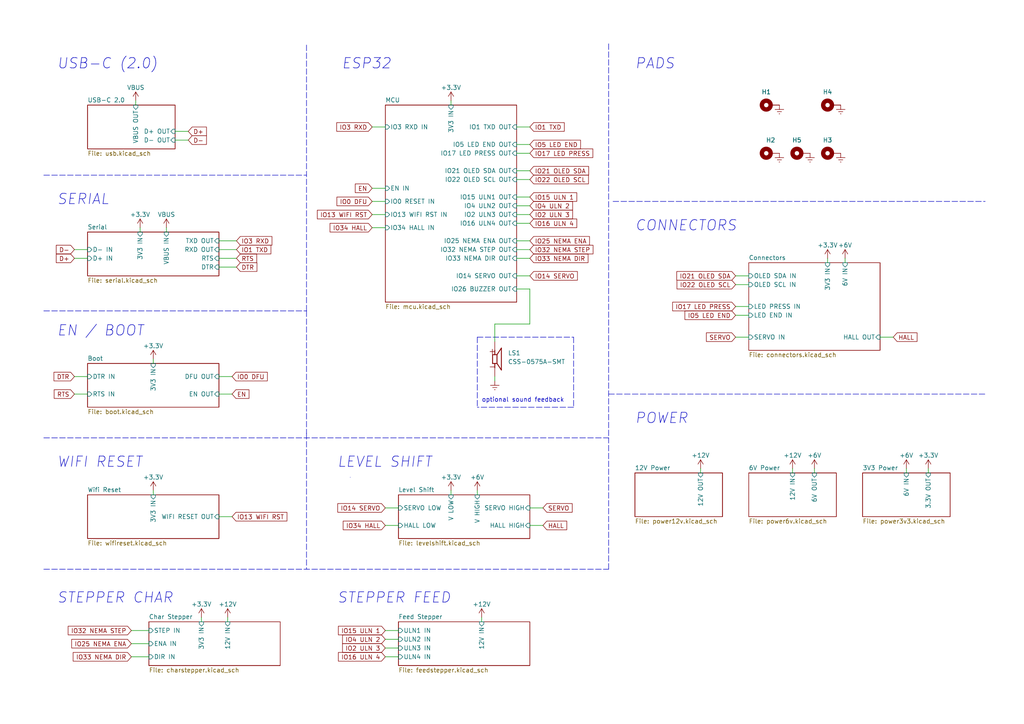
<source format=kicad_sch>
(kicad_sch (version 20211123) (generator eeschema)
  (paper "A4")
  (title_block (title "E-TKT v1.0") (date "2022-09-29") (rev "4") (company "Andrei Speridiao"))
  (lib_symbols
    (symbol "CSS-0575A-SMT:CSS-0575A-SMT" (pin_numbers hide) (pin_names (offset 1.016) hide)
      (property "Reference" "LS" (at -3.81 8.9154 0))
      (property "Value" "CSS-0575A-SMT" (at -3.81 -11.4554 0))
      (symbol "CSS-0575A-SMT_0_0"
        (polyline (pts (xy -0.635 -1.27) (xy -0.635 1.27)) (stroke (width 0.254)))
        (polyline (pts (xy -0.635 1.27) (xy 0 1.27)) (stroke (width 0.254)))
        (polyline (pts (xy 0 -1.27) (xy -0.635 -1.27)) (stroke (width 0.254)))
        (polyline (pts (xy 0 -1.27) (xy 0 -2.54)) (stroke (width 0.254)))
        (polyline (pts (xy 0 1.27) (xy 0 2.54)) (stroke (width 0.254)))
        (polyline (pts (xy 0 1.27) (xy 0.635 1.27)) (stroke (width 0.254)))
        (polyline (pts (xy 0.635 -1.27) (xy 0 -1.27)) (stroke (width 0.254)))
        (polyline (pts (xy 0.635 1.27) (xy 0.635 -1.27)) (stroke (width 0.254)))
        (polyline (pts (xy 0.635 1.27) (xy 1.905 3.175)) (stroke (width 0.254)))
        (polyline (pts (xy 1.905 -3.175) (xy 0.635 -1.27)) (stroke (width 0.254)))
        (polyline (pts (xy 1.905 3.175) (xy 1.905 -3.175)) (stroke (width 0.254)))
        (text "+" (at -1.905 1.27 0) (effects (font (size 1.778 1.778)) (justify left bottom)))
        (text "-" (at -1.905 -3.175 0) (effects (font (size 1.778 1.778)) (justify left bottom)))
        (pin passive line (at 0 5.08 270) (length 2.54) (name "~") (number "1"))
        (pin passive line (at 0 -5.08 90) (length 2.54) (name "~") (number "2"))
      )
    )
    (symbol "Mechanical:MountingHole_Pad" (pin_numbers hide) (pin_names (offset 1.016) hide)
      (property "Reference" "H" (at 0 6.35 0))
      (property "Value" "MountingHole_Pad" (at 0 4.445 0))
      (symbol "MountingHole_Pad_0_1"
        (circle (center 0 1.27) (radius 1.27) (stroke (width 1.27)))
      )
      (symbol "MountingHole_Pad_1_1"
        (pin input line (at 0 -2.54 90) (length 2.54) (name "1") (number "1"))
      )
    )
    (symbol "power:+12V" (power) (pin_names (offset 0))
      (property "Value" "+12V" (at 0 3.556 0))
      (symbol "+12V_0_1"
        (polyline (pts (xy -0.762 1.27) (xy 0 2.54)))
        (polyline (pts (xy 0 0) (xy 0 2.54)))
        (polyline (pts (xy 0 2.54) (xy 0.762 1.27)))
      )
      (symbol "+12V_1_1"
        (pin power_in line (at 0 0 90) (length 0) hide (name "+12V") (number "1"))
      )
    )
    (symbol "power:+3.3V" (power) (pin_names (offset 0))
      (property "Value" "+3.3V" (at 0 3.556 0))
      (symbol "+3.3V_0_1"
        (polyline (pts (xy -0.762 1.27) (xy 0 2.54)))
        (polyline (pts (xy 0 0) (xy 0 2.54)))
        (polyline (pts (xy 0 2.54) (xy 0.762 1.27)))
      )
      (symbol "+3.3V_1_1"
        (pin power_in line (at 0 0 90) (length 0) hide (name "+3.3V") (number "1"))
      )
    )
    (symbol "power:+6V" (power) (pin_names (offset 0))
      (property "Value" "+6V" (at 0 3.556 0))
      (symbol "+6V_0_1"
        (polyline (pts (xy -0.762 1.27) (xy 0 2.54)))
        (polyline (pts (xy 0 0) (xy 0 2.54)))
        (polyline (pts (xy 0 2.54) (xy 0.762 1.27)))
      )
      (symbol "+6V_1_1"
        (pin power_in line (at 0 0 90) (length 0) hide (name "+6V") (number "1"))
      )
    )
    (symbol "power:GNDREF" (power) (pin_names (offset 0))
      (property "Value" "GNDREF" (at 0 -3.81 0))
      (symbol "GNDREF_0_1"
        (polyline (pts (xy -0.635 -1.905) (xy 0.635 -1.905)))
        (polyline (pts (xy -0.127 -2.54) (xy 0.127 -2.54)))
        (polyline (pts (xy 0 -1.27) (xy 0 0)))
        (polyline (pts (xy 1.27 -1.27) (xy -1.27 -1.27)))
      )
      (symbol "GNDREF_1_1"
        (pin power_in line (at 0 0 270) (length 0) hide (name "GNDREF") (number "1"))
      )
    )
    (symbol "power:VBUS" (power) (pin_names (offset 0))
      (property "Value" "VBUS" (at 0 3.81 0))
      (symbol "VBUS_0_1"
        (polyline (pts (xy -0.762 1.27) (xy 0 2.54)))
        (polyline (pts (xy 0 0) (xy 0 2.54)))
        (polyline (pts (xy 0 2.54) (xy 0.762 1.27)))
      )
      (symbol "VBUS_1_1"
        (pin power_in line (at 0 0 90) (length 0) hide (name "VBUS") (number "1"))
      )
    )
  )
  (wire (pts (xy 149.86 41.91) (xy 153.67 41.91)))
  (polyline (pts (xy 12.7 127) (xy 176.53 127)))
  (wire (pts (xy 153.67 152.4) (xy 157.48 152.4)))
  (wire (pts (xy 21.59 72.39) (xy 25.4 72.39)))
  (polyline (pts (xy 138.43 97.79) (xy 138.43 118.11)))
  (wire (pts (xy 203.2 135.89) (xy 203.2 137.16)))
  (wire (pts (xy 143.51 99.06) (xy 143.51 93.98)))
  (wire (pts (xy 38.1 182.88) (xy 43.18 182.88)))
  (wire (pts (xy 63.5 114.3) (xy 67.31 114.3)))
  (polyline (pts (xy 176.53 114.3) (xy 285.75 114.3)))
  (wire (pts (xy 63.5 77.47) (xy 68.58 77.47)))
  (wire (pts (xy 262.89 135.89) (xy 262.89 137.16)))
  (wire (pts (xy 245.11 74.93) (xy 245.11 76.2)))
  (polyline (pts (xy 88.9 125.73) (xy 88.9 165.1)))
  (wire (pts (xy 21.59 109.22) (xy 25.4 109.22)))
  (wire (pts (xy 149.86 52.07) (xy 153.67 52.07)))
  (wire (pts (xy 107.95 54.61) (xy 111.76 54.61)))
  (wire (pts (xy 111.76 152.4) (xy 115.57 152.4)))
  (wire (pts (xy 111.76 66.04) (xy 107.95 66.04)))
  (wire (pts (xy 111.76 187.96) (xy 115.57 187.96)))
  (polyline (pts (xy 176.53 12.7) (xy 176.53 127)))
  (wire (pts (xy 111.76 182.88) (xy 115.57 182.88)))
  (wire (pts (xy 111.76 185.42) (xy 115.57 185.42)))
  (wire (pts (xy 149.86 62.23) (xy 153.67 62.23)))
  (wire (pts (xy 138.43 142.24) (xy 138.43 143.51)))
  (wire (pts (xy 153.67 93.98) (xy 153.67 83.82)))
  (wire (pts (xy 143.51 110.49) (xy 143.51 109.22)))
  (wire (pts (xy 44.45 142.24) (xy 44.45 143.51)))
  (polyline (pts (xy 88.9 90.17) (xy 88.9 125.73)))
  (wire (pts (xy 149.86 57.15) (xy 153.67 57.15)))
  (wire (pts (xy 149.86 74.93) (xy 153.67 74.93)))
  (wire (pts (xy 38.1 190.5) (xy 43.18 190.5)))
  (polyline (pts (xy 166.37 118.11) (xy 138.43 118.11)))
  (wire (pts (xy 269.24 135.89) (xy 269.24 137.16)))
  (polyline (pts (xy 166.37 97.79) (xy 166.37 118.11)))
  (wire (pts (xy 21.59 114.3) (xy 25.4 114.3)))
  (wire (pts (xy 149.86 49.53) (xy 153.67 49.53)))
  (wire (pts (xy 130.81 142.24) (xy 130.81 143.51)))
  (polyline (pts (xy 12.7 50.8) (xy 88.9 50.8)))
  (wire (pts (xy 50.8 40.64) (xy 54.61 40.64)))
  (wire (pts (xy 153.67 36.83) (xy 149.86 36.83)))
  (wire (pts (xy 38.1 186.69) (xy 43.18 186.69)))
  (wire (pts (xy 48.26 66.04) (xy 48.26 67.31)))
  (wire (pts (xy 213.36 82.55) (xy 217.17 82.55)))
  (wire (pts (xy 236.22 135.89) (xy 236.22 137.16)))
  (wire (pts (xy 149.86 80.01) (xy 153.67 80.01)))
  (wire (pts (xy 39.37 29.21) (xy 39.37 30.48)))
  (wire (pts (xy 63.5 109.22) (xy 67.31 109.22)))
  (wire (pts (xy 213.36 91.44) (xy 217.17 91.44)))
  (wire (pts (xy 44.45 104.14) (xy 44.45 105.41)))
  (wire (pts (xy 111.76 147.32) (xy 115.57 147.32)))
  (polyline (pts (xy 12.7 165.1) (xy 176.53 165.1)))
  (polyline (pts (xy 138.43 97.79) (xy 166.37 97.79)))
  (polyline (pts (xy 88.9 90.17) (xy 88.9 12.7)))
  (wire (pts (xy 50.8 38.1) (xy 54.61 38.1)))
  (wire (pts (xy 111.76 190.5) (xy 115.57 190.5)))
  (polyline (pts (xy 177.8 58.42) (xy 285.75 58.42)))
  (wire (pts (xy 63.5 149.86) (xy 67.31 149.86)))
  (wire (pts (xy 149.86 69.85) (xy 153.67 69.85)))
  (polyline (pts (xy 101.6 138.43) (xy 101.6 138.43)))
  (wire (pts (xy 63.5 74.93) (xy 68.58 74.93)))
  (wire (pts (xy 149.86 44.45) (xy 153.67 44.45)))
  (wire (pts (xy 149.86 72.39) (xy 153.67 72.39)))
  (wire (pts (xy 149.86 64.77) (xy 153.67 64.77)))
  (wire (pts (xy 139.7 179.07) (xy 139.7 180.34)))
  (wire (pts (xy 130.81 29.21) (xy 130.81 30.48)))
  (wire (pts (xy 143.51 93.98) (xy 153.67 93.98)))
  (wire (pts (xy 40.64 66.04) (xy 40.64 67.31)))
  (wire (pts (xy 107.95 62.23) (xy 111.76 62.23)))
  (wire (pts (xy 21.59 74.93) (xy 25.4 74.93)))
  (wire (pts (xy 213.36 97.79) (xy 217.17 97.79)))
  (wire (pts (xy 153.67 83.82) (xy 149.86 83.82)))
  (wire (pts (xy 213.36 88.9) (xy 217.17 88.9)))
  (wire (pts (xy 63.5 69.85) (xy 68.58 69.85)))
  (wire (pts (xy 66.04 179.07) (xy 66.04 180.34)))
  (wire (pts (xy 255.27 97.79) (xy 259.08 97.79)))
  (wire (pts (xy 63.5 72.39) (xy 68.58 72.39)))
  (wire (pts (xy 149.86 59.69) (xy 153.67 59.69)))
  (wire (pts (xy 229.87 135.89) (xy 229.87 137.16)))
  (polyline (pts (xy 12.7 90.17) (xy 88.9 90.17)))
  (wire (pts (xy 153.67 147.32) (xy 157.48 147.32)))
  (wire (pts (xy 240.03 74.93) (xy 240.03 76.2)))
  (wire (pts (xy 213.36 80.01) (xy 217.17 80.01)))
  (wire (pts (xy 107.95 58.42) (xy 111.76 58.42)))
  (wire (pts (xy 58.42 179.07) (xy 58.42 180.34)))
  (polyline (pts (xy 176.53 165.1) (xy 176.53 127)))
  (wire (pts (xy 107.95 36.83) (xy 111.76 36.83)))
  (text "PADS" (at 184.15 20.32 0) (effects (font (size 3 3) italic) (justify left bottom)))
  (text "POWER" (at 184.15 123.19 0) (effects (font (size 3 3) italic) (justify left bottom)))
  (text "optional sound feedback" (at 139.7 116.84 0) (effects (font (size 1.27 1.27)) (justify left bottom)))
  (text "SERIAL" (at 16.51 59.69 0) (effects (font (size 3 3) italic) (justify left bottom)))
  (text "EN / BOOT" (at 16.51 97.79 0) (effects (font (size 3 3) italic) (justify left bottom)))
  (text "CONNECTORS" (at 184.15 67.31 0) (effects (font (size 3 3) italic) (justify left bottom)))
  (text "STEPPER CHAR" (at 16.51 175.26 0) (effects (font (size 3 3) italic) (justify left bottom)))
  (text "WIFI RESET" (at 16.51 135.89 0) (effects (font (size 3 3) italic) (justify left bottom)))
  (text "ESP32" (at 99.06 20.32 0) (effects (font (size 3 3) italic) (justify left bottom)))
  (text "LEVEL SHIFT" (at 97.79 135.89 0) (effects (font (size 3 3) italic) (justify left bottom)))
  (text "STEPPER FEED" (at 97.79 175.26 0) (effects (font (size 3 3) italic) (justify left bottom)))
  (text "USB-C (2.0)" (at 16.51 20.32 0) (effects (font (size 3 3) italic) (justify left bottom)))
  (global_label "RTS" (shape input) (at 21.59 114.3 180) (property "Intersheet References" "${INTERSHEET_REFS}" (effects hide)))
  (global_label "IO3 RXD" (shape input) (at 68.58 69.85 0) (property "Intersheet References" "${INTERSHEET_REFS}" (effects hide)))
  (global_label "IO14 SERVO" (shape input) (at 153.67 80.01 0) (property "Intersheet References" "${INTERSHEET_REFS}" (effects hide)))
  (global_label "IO32 NEMA STEP" (shape input) (at 153.67 72.39 0) (property "Intersheet References" "${INTERSHEET_REFS}" (effects hide)))
  (global_label "EN" (shape input) (at 107.95 54.61 180) (property "Intersheet References" "${INTERSHEET_REFS}" (effects hide)))
  (global_label "IO25 NEMA ENA" (shape input) (at 153.67 69.85 0) (property "Intersheet References" "${INTERSHEET_REFS}" (effects hide)))
  (global_label "IO5 LED END" (shape input) (at 213.36 91.44 180) (property "Intersheet References" "${INTERSHEET_REFS}" (effects hide)))
  (global_label "IO22 OLED SCL" (shape input) (at 213.36 82.55 180) (property "Intersheet References" "${INTERSHEET_REFS}" (effects hide)))
  (global_label "IO4 ULN 2" (shape input) (at 153.67 59.69 0) (property "Intersheet References" "${INTERSHEET_REFS}" (effects hide)))
  (global_label "IO22 OLED SCL" (shape input) (at 153.67 52.07 0) (property "Intersheet References" "${INTERSHEET_REFS}" (effects hide)))
  (global_label "IO16 ULN 4" (shape input) (at 153.67 64.77 0) (property "Intersheet References" "${INTERSHEET_REFS}" (effects hide)))
  (global_label "IO15 ULN 1" (shape input) (at 111.76 182.88 180) (property "Intersheet References" "${INTERSHEET_REFS}" (effects hide)))
  (global_label "IO15 ULN 1" (shape input) (at 153.67 57.15 0) (property "Intersheet References" "${INTERSHEET_REFS}" (effects hide)))
  (global_label "SERVO" (shape input) (at 157.48 147.32 0) (property "Intersheet References" "${INTERSHEET_REFS}" (effects hide)))
  (global_label "D-" (shape input) (at 54.61 40.64 0) (property "Intersheet References" "${INTERSHEET_REFS}" (effects hide)))
  (global_label "D+" (shape input) (at 54.61 38.1 0) (property "Intersheet References" "${INTERSHEET_REFS}" (effects hide)))
  (global_label "IO25 NEMA ENA" (shape input) (at 38.1 186.69 180) (property "Intersheet References" "${INTERSHEET_REFS}" (effects hide)))
  (global_label "IO16 ULN 4" (shape input) (at 111.76 190.5 180) (property "Intersheet References" "${INTERSHEET_REFS}" (effects hide)))
  (global_label "IO13 WIFI RST" (shape input) (at 107.95 62.23 180) (property "Intersheet References" "${INTERSHEET_REFS}" (effects hide)))
  (global_label "IO3 RXD" (shape input) (at 107.95 36.83 180) (property "Intersheet References" "${INTERSHEET_REFS}" (effects hide)))
  (global_label "IO0 DFU" (shape input) (at 67.31 109.22 0) (property "Intersheet References" "${INTERSHEET_REFS}" (effects hide)))
  (global_label "IO17 LED PRESS" (shape input) (at 153.67 44.45 0) (property "Intersheet References" "${INTERSHEET_REFS}" (effects hide)))
  (global_label "SERVO" (shape input) (at 213.36 97.79 180) (property "Intersheet References" "${INTERSHEET_REFS}" (effects hide)))
  (global_label "IO2 ULN 3" (shape input) (at 111.76 187.96 180) (property "Intersheet References" "${INTERSHEET_REFS}" (effects hide)))
  (global_label "IO4 ULN 2" (shape input) (at 111.76 185.42 180) (property "Intersheet References" "${INTERSHEET_REFS}" (effects hide)))
  (global_label "IO33 NEMA DIR" (shape input) (at 153.67 74.93 0) (property "Intersheet References" "${INTERSHEET_REFS}" (effects hide)))
  (global_label "IO1 TXD" (shape input) (at 68.58 72.39 0) (property "Intersheet References" "${INTERSHEET_REFS}" (effects hide)))
  (global_label "IO13 WIFI RST" (shape input) (at 67.31 149.86 0) (property "Intersheet References" "${INTERSHEET_REFS}" (effects hide)))
  (global_label "IO33 NEMA DIR" (shape input) (at 38.1 190.5 180) (property "Intersheet References" "${INTERSHEET_REFS}" (effects hide)))
  (global_label "DTR" (shape input) (at 21.59 109.22 180) (property "Intersheet References" "${INTERSHEET_REFS}" (effects hide)))
  (global_label "IO0 DFU" (shape input) (at 107.95 58.42 180) (property "Intersheet References" "${INTERSHEET_REFS}" (effects hide)))
  (global_label "DTR" (shape input) (at 68.58 77.47 0) (property "Intersheet References" "${INTERSHEET_REFS}" (effects hide)))
  (global_label "IO17 LED PRESS" (shape input) (at 213.36 88.9 180) (property "Intersheet References" "${INTERSHEET_REFS}" (effects hide)))
  (global_label "IO34 HALL" (shape input) (at 107.95 66.04 180) (property "Intersheet References" "${INTERSHEET_REFS}" (effects hide)))
  (global_label "HALL" (shape input) (at 157.48 152.4 0) (property "Intersheet References" "${INTERSHEET_REFS}" (effects hide)))
  (global_label "IO5 LED END" (shape input) (at 153.67 41.91 0) (property "Intersheet References" "${INTERSHEET_REFS}" (effects hide)))
  (global_label "RTS" (shape input) (at 68.58 74.93 0) (property "Intersheet References" "${INTERSHEET_REFS}" (effects hide)))
  (global_label "IO21 OLED SDA" (shape input) (at 213.36 80.01 180) (property "Intersheet References" "${INTERSHEET_REFS}" (effects hide)))
  (global_label "IO14 SERVO" (shape input) (at 111.76 147.32 180) (property "Intersheet References" "${INTERSHEET_REFS}" (effects hide)))
  (global_label "D-" (shape input) (at 21.59 72.39 180) (property "Intersheet References" "${INTERSHEET_REFS}" (effects hide)))
  (global_label "IO34 HALL" (shape input) (at 111.76 152.4 180) (property "Intersheet References" "${INTERSHEET_REFS}" (effects hide)))
  (global_label "IO1 TXD" (shape input) (at 153.67 36.83 0) (property "Intersheet References" "${INTERSHEET_REFS}" (effects hide)))
  (global_label "EN" (shape input) (at 67.31 114.3 0) (property "Intersheet References" "${INTERSHEET_REFS}" (effects hide)))
  (global_label "D+" (shape input) (at 21.59 74.93 180) (property "Intersheet References" "${INTERSHEET_REFS}" (effects hide)))
  (global_label "IO21 OLED SDA" (shape input) (at 153.67 49.53 0) (property "Intersheet References" "${INTERSHEET_REFS}" (effects hide)))
  (global_label "IO2 ULN 3" (shape input) (at 153.67 62.23 0) (property "Intersheet References" "${INTERSHEET_REFS}" (effects hide)))
  (global_label "IO32 NEMA STEP" (shape input) (at 38.1 182.88 180) (property "Intersheet References" "${INTERSHEET_REFS}" (effects hide)))
  (global_label "HALL" (shape input) (at 259.08 97.79 0) (property "Intersheet References" "${INTERSHEET_REFS}" (effects hide)))
  (symbol (lib_id "power:+12V") (at 66.04 179.07 0) (unit 1)
    (property "Reference" "#PWR0111" (effects hide))
    (property "Value" "+12V" (at 66.04 175.26 0))
  )
  (symbol (lib_id "power:+6V") (at 262.89 135.89 0) (unit 1)
    (property "Reference" "#PWR0167" (effects hide))
    (property "Value" "+6V" (at 262.89 132.08 0))
  )
  (symbol (lib_id "power:GNDREF") (at 234.95 44.45 0) (unit 1)
    (property "Reference" "#PWR0135" (effects hide))
    (property "Value" "GNDREF" (effects hide))
  )
  (symbol (lib_id "power:+3.3V") (at 130.81 142.24 0) (unit 1)
    (property "Reference" "#PWR0123" (effects hide))
    (property "Value" "+3.3V" (at 130.81 138.43 0))
  )
  (symbol (lib_id "power:+3.3V") (at 240.03 74.93 0) (unit 1)
    (property "Reference" "#PWR0140" (effects hide))
    (property "Value" "+3.3V" (at 240.03 71.12 0))
  )
  (symbol (lib_id "power:+3.3V") (at 130.81 29.21 0) (unit 1)
    (property "Reference" "#PWR0106" (effects hide))
    (property "Value" "+3.3V" (at 130.81 25.4 0))
  )
  (symbol (lib_id "power:+6V") (at 245.11 74.93 0) (unit 1)
    (property "Reference" "#PWR0128" (effects hide))
    (property "Value" "+6V" (at 245.11 71.12 0))
  )
  (symbol (lib_id "power:+12V") (at 203.2 135.89 0) (unit 1)
    (property "Reference" "#PWR0110" (effects hide))
    (property "Value" "+12V" (at 203.2 132.08 0))
  )
  (symbol (lib_id "Mechanical:MountingHole_Pad") (at 223.52 30.48 90) (unit 1)
    (property "Reference" "H1" (at 222.25 26.67 90))
    (property "Value" "M3" (effects hide))
    (property "Footprint" "MountingHole:MountingHole_3.2mm_M3_Pad_Via" (effects hide))
    (property "Datasheet" "xxx" (effects hide))
    (property "Group" "Pads" (effects hide))
    (property "Description" "Mounting hole pad" (effects hide))
    (property "#" "xxx" (effects hide))
    (property "Mouser" "OK" (effects hide))
  )
  (symbol (lib_id "power:+6V") (at 138.43 142.24 0) (unit 1)
    (property "Reference" "#PWR0124" (effects hide))
    (property "Value" "+6V" (at 138.43 138.43 0))
  )
  (symbol (lib_id "power:+12V") (at 229.87 135.89 0) (unit 1)
    (property "Reference" "#PWR0188" (effects hide))
    (property "Value" "+12V" (at 229.87 132.08 0))
  )
  (symbol (lib_id "power:GNDREF") (at 243.84 30.48 0) (unit 1)
    (property "Reference" "#PWR0136" (effects hide))
    (property "Value" "GNDREF" (effects hide))
  )
  (symbol (lib_id "power:GNDREF") (at 226.06 44.45 0) (unit 1)
    (property "Reference" "#PWR0126" (effects hide))
    (property "Value" "GNDREF" (effects hide))
  )
  (symbol (lib_id "power:GNDREF") (at 243.84 44.45 0) (unit 1)
    (property "Reference" "#PWR0134" (effects hide))
    (property "Value" "GNDREF" (effects hide))
  )
  (symbol (lib_id "power:+6V") (at 236.22 135.89 0) (unit 1)
    (property "Reference" "#PWR0175" (effects hide))
    (property "Value" "+6V" (at 236.22 132.08 0))
  )
  (symbol (lib_id "power:+3.3V") (at 269.24 135.89 0) (unit 1)
    (property "Reference" "#PWR0101" (effects hide))
    (property "Value" "+3.3V" (at 269.24 132.08 0))
  )
  (symbol (lib_id "power:+3.3V") (at 44.45 142.24 0) (unit 1)
    (property "Reference" "#PWR0127" (effects hide))
    (property "Value" "+3.3V" (at 44.45 138.43 0))
  )
  (symbol (lib_id "Mechanical:MountingHole_Pad") (at 241.3 44.45 90) (unit 1)
    (property "Reference" "H3" (at 240.03 40.64 90))
    (property "Value" "M3" (effects hide))
    (property "Footprint" "MountingHole:MountingHole_3.2mm_M3_Pad_Via" (effects hide))
    (property "Datasheet" "xxx" (effects hide))
    (property "Description" "Mounting hole pad" (effects hide))
    (property "Group" "Pads" (effects hide))
    (property "#" "xxx" (effects hide))
    (property "Mouser" "OK" (effects hide))
  )
  (symbol (lib_id "Mechanical:MountingHole_Pad") (at 241.3 30.48 90) (unit 1)
    (property "Reference" "H4" (at 240.03 26.67 90))
    (property "Value" "M3" (effects hide))
    (property "Footprint" "MountingHole:MountingHole_3.2mm_M3_Pad_Via" (effects hide))
    (property "Datasheet" "xxx" (effects hide))
    (property "Group" "Pads" (effects hide))
    (property "Description" "Mounting hole pad" (effects hide))
    (property "#" "xxx" (effects hide))
    (property "Mouser" "OK" (effects hide))
  )
  (symbol (lib_id "Mechanical:MountingHole_Pad") (at 223.52 44.45 90) (unit 1)
    (property "Reference" "H2" (at 223.52 40.64 90))
    (property "Value" "M3" (effects hide))
    (property "Footprint" "MountingHole:MountingHole_3.2mm_M3_Pad_Via" (effects hide))
    (property "Datasheet" "xxx" (effects hide))
    (property "Description" "Mounting hole pad" (effects hide))
    (property "Group" "Pads" (effects hide))
    (property "#" "xxx" (effects hide))
    (property "Mouser" "OK" (effects hide))
  )
  (symbol (lib_id "power:GNDREF") (at 226.06 30.48 0) (unit 1)
    (property "Reference" "#PWR0125" (effects hide))
    (property "Value" "GNDREF" (effects hide))
  )
  (symbol (lib_id "CSS-0575A-SMT:CSS-0575A-SMT") (at 143.51 104.14 0) (unit 1)
    (property "Reference" "LS1" (at 147.32 102.3911 0) (effects (justify left)))
    (property "Value" "CSS-0575A-SMT" (at 147.32 104.9311 0) (effects (justify left)))
    (property "Footprint" "SnapEDA Library:CUI_CSS-0575A-SMT" (effects hide))
    (property "Datasheet" "https://br.mouser.com/datasheet/2/670/css_0575a_smt_tr-1777550.pdf" (effects hide))
    (property "#" "CSS-0575A-SMT" (effects hide))
    (property "Description" "5 mm, 3 V, 75 dB, Surface Mount _SMT_, Magnetic Audio Transducer Buzzer" (effects hide))
    (property "Mouser" "OK" (effects hide))
    (property "Group" "Buzzer" (effects hide))
  )
  (symbol (lib_id "power:VBUS") (at 39.37 29.21 0) (unit 1)
    (property "Reference" "#PWR0114" (effects hide))
    (property "Value" "VBUS" (at 39.37 25.4 0))
  )
  (symbol (lib_id "power:+3.3V") (at 58.42 179.07 0) (unit 1)
    (property "Reference" "#PWR0113" (effects hide))
    (property "Value" "+3.3V" (at 58.42 175.26 0))
  )
  (symbol (lib_id "power:+3.3V") (at 40.64 66.04 0) (unit 1)
    (property "Reference" "#PWR0132" (effects hide))
    (property "Value" "+3.3V" (at 40.64 62.23 0))
  )
  (symbol (lib_id "power:+12V") (at 139.7 179.07 0) (unit 1)
    (property "Reference" "#PWR0121" (effects hide))
    (property "Value" "+12V" (at 139.7 175.26 0))
  )
  (symbol (lib_id "power:+3.3V") (at 44.45 104.14 0) (unit 1)
    (property "Reference" "#PWR0108" (effects hide))
    (property "Value" "+3.3V" (at 44.45 100.33 0))
  )
  (symbol (lib_id "Mechanical:MountingHole_Pad") (at 232.41 44.45 90) (unit 1)
    (property "Reference" "H5" (at 231.14 40.64 90))
    (property "Value" "M3" (effects hide))
    (property "Footprint" "MountingHole:MountingHole_3.2mm_M3_Pad_Via" (effects hide))
    (property "Datasheet" "xxx" (effects hide))
    (property "Description" "Mounting hole pad" (effects hide))
    (property "Group" "Pads" (effects hide))
    (property "#" "xxx" (effects hide))
    (property "Mouser" "OK" (effects hide))
  )
  (symbol (lib_id "power:VBUS") (at 48.26 66.04 0) (unit 1)
    (property "Reference" "#PWR0118" (effects hide))
    (property "Value" "VBUS" (at 48.26 62.23 0))
  )
  (symbol (lib_id "power:GNDREF") (at 143.51 110.49 0) (unit 1)
    (property "Reference" "#PWR0142" (effects hide))
    (property "Value" "GNDREF" (effects hide))
  )
  (sheet (at 43.18 180.34) (size 38.1 12.7) (stroke (width 0.1524))
    (property "Sheet name" "Char Stepper" (at 43.18 179.6284 0) (effects (justify left bottom)))
    (property "Sheet file" "charstepper.kicad_sch" (at 43.18 193.6246 0) (effects (justify left top)))
    (pin "12V IN" input (at 66.04 180.34 90))
    (pin "3V3 IN" input (at 58.42 180.34 90))
    (pin "STEP IN" input (at 43.18 182.88 180))
    (pin "ENA IN" input (at 43.18 186.69 180))
    (pin "DIR IN" input (at 43.18 190.5 180))
  )
  (sheet (at 25.4 30.48) (size 25.4 12.7) (stroke (width 0.1524))
    (property "Sheet name" "USB-C 2.0" (at 25.4 29.7684 0) (effects (justify left bottom)))
    (property "Sheet file" "usb.kicad_sch" (at 25.4 43.7646 0) (effects (justify left top)))
    (pin "D+ OUT" input (at 50.8 38.1 0))
    (pin "VBUS OUT" input (at 39.37 30.48 90))
    (pin "D- OUT" input (at 50.8 40.64 0))
  )
  (sheet (at 25.4 143.51) (size 38.1 12.7) (stroke (width 0.1524))
    (property "Sheet name" "Wifi Reset" (at 25.4 142.7984 0) (effects (justify left bottom)))
    (property "Sheet file" "wifireset.kicad_sch" (at 25.4 156.7946 0) (effects (justify left top)))
    (pin "WIFI RESET OUT" input (at 63.5 149.86 0))
    (pin "3V3 IN" input (at 44.45 143.51 90))
  )
  (sheet (at 250.19 137.16) (size 25.4 12.7) (stroke (width 0.1524))
    (property "Sheet name" "3V3 Power" (at 250.19 136.4484 0) (effects (justify left bottom)))
    (property "Sheet file" "power3v3.kicad_sch" (at 250.19 150.4446 0) (effects (justify left top)))
    (pin "3.3V OUT" input (at 269.24 137.16 90))
    (pin "6V IN" input (at 262.89 137.16 90))
  )
  (sheet (at 25.4 67.31) (size 38.1 12.7) (stroke (width 0.1524))
    (property "Sheet name" "Serial" (at 25.4 66.5984 0) (effects (justify left bottom)))
    (property "Sheet file" "serial.kicad_sch" (at 25.4 80.5946 0) (effects (justify left top)))
    (pin "RXD OUT" input (at 63.5 72.39 0))
    (pin "RTS" input (at 63.5 74.93 0))
    (pin "TXD OUT" input (at 63.5 69.85 0))
    (pin "DTR" input (at 63.5 77.47 0))
    (pin "3V3 IN" input (at 40.64 67.31 90))
    (pin "D- IN" input (at 25.4 72.39 180))
    (pin "VBUS IN" input (at 48.26 67.31 90))
    (pin "D+ IN" input (at 25.4 74.93 180))
  )
  (sheet (at 25.4 105.41) (size 38.1 12.7) (stroke (width 0.1524))
    (property "Sheet name" "Boot" (at 25.4 104.6984 0) (effects (justify left bottom)))
    (property "Sheet file" "boot.kicad_sch" (at 25.4 118.6946 0) (effects (justify left top)))
    (pin "DFU OUT" input (at 63.5 109.22 0))
    (pin "EN OUT" input (at 63.5 114.3 0))
    (pin "DTR IN" input (at 25.4 109.22 180))
    (pin "RTS IN" input (at 25.4 114.3 180))
    (pin "3V3 IN" input (at 44.45 105.41 90))
  )
  (sheet (at 217.17 76.2) (size 38.1 25.4) (stroke (width 0.1524))
    (property "Sheet name" "Connectors" (at 217.17 75.4884 0) (effects (justify left bottom)))
    (property "Sheet file" "connectors.kicad_sch" (at 217.17 102.1846 0) (effects (justify left top)))
    (pin "OLED SDA IN" input (at 217.17 80.01 180))
    (pin "LED PRESS IN" input (at 217.17 88.9 180))
    (pin "3V3 IN" input (at 240.03 76.2 90))
    (pin "OLED SCL IN" input (at 217.17 82.55 180))
    (pin "SERVO IN" input (at 217.17 97.79 180))
    (pin "6V IN" input (at 245.11 76.2 90))
    (pin "HALL OUT" input (at 255.27 97.79 0))
    (pin "LED END IN" input (at 217.17 91.44 180))
  )
  (sheet (at 111.76 30.48) (size 38.1 57.15) (stroke (width 0.1524))
    (property "Sheet name" "MCU" (at 111.76 29.7684 0) (effects (justify left bottom)))
    (property "Sheet file" "mcu.kicad_sch" (at 111.76 88.2146 0) (effects (justify left top)))
    (pin "IO1 TXD OUT" input (at 149.86 36.83 0))
    (pin "IO3 RXD IN" input (at 111.76 36.83 180))
    (pin "IO13 WIFI RST IN" input (at 111.76 62.23 180))
    (pin "IO5 LED END OUT" input (at 149.86 41.91 0))
    (pin "IO0 RESET IN" input (at 111.76 58.42 180))
    (pin "IO14 SERVO OUT" input (at 149.86 80.01 0))
    (pin "IO4 ULN2 OUT" input (at 149.86 59.69 0))
    (pin "EN IN" input (at 111.76 54.61 180))
    (pin "3V3 IN" input (at 130.81 30.48 90))
    (pin "IO16 ULN4 OUT" input (at 149.86 64.77 0))
    (pin "IO17 LED PRESS OUT" input (at 149.86 44.45 0))
    (pin "IO15 ULN1 OUT" input (at 149.86 57.15 0))
    (pin "IO21 OLED SDA OUT" input (at 149.86 49.53 0))
    (pin "IO22 OLED SCL OUT" input (at 149.86 52.07 0))
    (pin "IO25 NEMA ENA OUT" input (at 149.86 69.85 0))
    (pin "IO32 NEMA STEP OUT" input (at 149.86 72.39 0))
    (pin "IO33 NEMA DIR OUT" input (at 149.86 74.93 0))
    (pin "IO34 HALL IN" input (at 111.76 66.04 180))
    (pin "IO2 ULN3 OUT" input (at 149.86 62.23 0))
    (pin "IO26 BUZZER OUT" input (at 149.86 83.82 0))
  )
  (sheet (at 217.17 137.16) (size 25.4 12.7) (stroke (width 0.1524))
    (property "Sheet name" "6V Power" (at 217.17 136.4484 0) (effects (justify left bottom)))
    (property "Sheet file" "power6v.kicad_sch" (at 217.17 150.4446 0) (effects (justify left top)))
    (pin "12V IN" input (at 229.87 137.16 90))
    (pin "6V OUT" input (at 236.22 137.16 90))
  )
  (sheet (at 184.15 137.16) (size 25.4 12.7) (stroke (width 0.1524))
    (property "Sheet name" "12V Power" (at 184.15 136.4484 0) (effects (justify left bottom)))
    (property "Sheet file" "power12v.kicad_sch" (at 184.15 150.4446 0) (effects (justify left top)))
    (pin "12V OUT" input (at 203.2 137.16 90))
  )
  (sheet (at 115.57 143.51) (size 38.1 12.7) (stroke (width 0.1524))
    (property "Sheet name" "Level Shift" (at 115.57 142.7984 0) (effects (justify left bottom)))
    (property "Sheet file" "levelshift.kicad_sch" (at 115.57 156.7946 0) (effects (justify left top)))
    (pin "SERVO LOW" input (at 115.57 147.32 180))
    (pin "V LOW" input (at 130.81 143.51 90))
    (pin "HALL LOW" input (at 115.57 152.4 180))
    (pin "V HIGH" input (at 138.43 143.51 90))
    (pin "SERVO HIGH" input (at 153.67 147.32 0))
    (pin "HALL HIGH" input (at 153.67 152.4 0))
  )
  (sheet (at 115.57 180.34) (size 38.1 12.7) (stroke (width 0.1524))
    (property "Sheet name" "Feed Stepper" (at 115.57 179.6284 0) (effects (justify left bottom)))
    (property "Sheet file" "feedstepper.kicad_sch" (at 115.57 193.6246 0) (effects (justify left top)))
    (pin "12V IN" input (at 139.7 180.34 90))
    (pin "ULN4 IN" input (at 115.57 190.5 180))
    (pin "ULN3 IN" input (at 115.57 187.96 180))
    (pin "ULN2 IN" input (at 115.57 185.42 180))
    (pin "ULN1 IN" input (at 115.57 182.88 180))
  )
)
</source>
